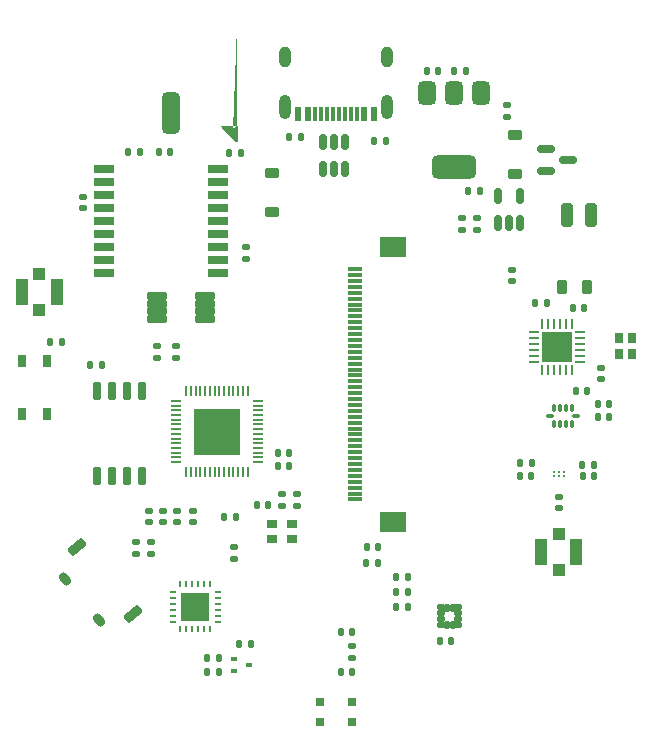
<source format=gbr>
%TF.GenerationSoftware,KiCad,Pcbnew,8.0.1*%
%TF.CreationDate,2024-05-30T22:25:26-04:00*%
%TF.ProjectId,esp32s3,65737033-3273-4332-9e6b-696361645f70,rev?*%
%TF.SameCoordinates,Original*%
%TF.FileFunction,Soldermask,Top*%
%TF.FilePolarity,Negative*%
%FSLAX46Y46*%
G04 Gerber Fmt 4.6, Leading zero omitted, Abs format (unit mm)*
G04 Created by KiCad (PCBNEW 8.0.1) date 2024-05-30 22:25:26*
%MOMM*%
%LPD*%
G01*
G04 APERTURE LIST*
G04 Aperture macros list*
%AMRoundRect*
0 Rectangle with rounded corners*
0 $1 Rounding radius*
0 $2 $3 $4 $5 $6 $7 $8 $9 X,Y pos of 4 corners*
0 Add a 4 corners polygon primitive as box body*
4,1,4,$2,$3,$4,$5,$6,$7,$8,$9,$2,$3,0*
0 Add four circle primitives for the rounded corners*
1,1,$1+$1,$2,$3*
1,1,$1+$1,$4,$5*
1,1,$1+$1,$6,$7*
1,1,$1+$1,$8,$9*
0 Add four rect primitives between the rounded corners*
20,1,$1+$1,$2,$3,$4,$5,0*
20,1,$1+$1,$4,$5,$6,$7,0*
20,1,$1+$1,$6,$7,$8,$9,0*
20,1,$1+$1,$8,$9,$2,$3,0*%
%AMHorizOval*
0 Thick line with rounded ends*
0 $1 width*
0 $2 $3 position (X,Y) of the first rounded end (center of the circle)*
0 $4 $5 position (X,Y) of the second rounded end (center of the circle)*
0 Add line between two ends*
20,1,$1,$2,$3,$4,$5,0*
0 Add two circle primitives to create the rounded ends*
1,1,$1,$2,$3*
1,1,$1,$4,$5*%
%AMFreePoly0*
4,1,50,0.364509,0.373079,0.400557,0.358147,0.402331,0.356372,0.403779,0.355902,0.406374,0.352329,0.428147,0.330557,0.436043,0.311493,0.440106,0.305902,0.441186,0.299076,0.443079,0.294509,0.443090,0.287057,0.445000,0.275000,0.445000,-0.965000,0.443079,-0.984509,0.428147,-1.020558,0.426371,-1.022333,0.425902,-1.023779,0.422332,-1.026372,0.400558,-1.048147,0.381492,-1.056044,
0.375902,-1.060106,0.371686,-1.060106,0.364509,-1.063079,0.325491,-1.063079,0.318314,-1.060106,0.314098,-1.060106,0.305304,-1.054717,0.289443,-1.048147,0.281262,-1.039984,0.274289,-1.035711,-0.965711,0.204289,-0.978147,0.219443,-0.993079,0.255491,-0.993079,0.258002,-0.993769,0.259357,-0.993079,0.263713,-0.993079,0.294509,-0.985182,0.313573,-0.984101,0.320399,-0.981119,0.323380,
-0.978147,0.330557,-0.950557,0.358147,-0.943380,0.361119,-0.940399,0.364101,-0.930371,0.366508,-0.914509,0.373079,-0.902928,0.373096,-0.895000,0.375000,0.345000,0.375000,0.364509,0.373079,0.364509,0.373079,$1*%
G04 Aperture macros list end*
%ADD10R,0.254000X0.254000*%
%ADD11R,0.600000X1.240000*%
%ADD12R,0.300000X1.240000*%
%ADD13O,1.000000X2.100000*%
%ADD14O,1.000000X1.800000*%
%ADD15R,0.711200X0.990600*%
%ADD16RoundRect,0.140000X0.170000X-0.140000X0.170000X0.140000X-0.170000X0.140000X-0.170000X-0.140000X0*%
%ADD17RoundRect,0.140000X-0.140000X-0.170000X0.140000X-0.170000X0.140000X0.170000X-0.140000X0.170000X0*%
%ADD18RoundRect,0.140000X0.140000X0.170000X-0.140000X0.170000X-0.140000X-0.170000X0.140000X-0.170000X0*%
%ADD19RoundRect,0.100000X0.155000X0.100000X-0.155000X0.100000X-0.155000X-0.100000X0.155000X-0.100000X0*%
%ADD20RoundRect,0.147500X-0.172500X0.147500X-0.172500X-0.147500X0.172500X-0.147500X0.172500X0.147500X0*%
%ADD21RoundRect,0.135000X-0.135000X-0.185000X0.135000X-0.185000X0.135000X0.185000X-0.135000X0.185000X0*%
%ADD22R,0.900000X0.800000*%
%ADD23RoundRect,0.218750X-0.218750X-0.381250X0.218750X-0.381250X0.218750X0.381250X-0.218750X0.381250X0*%
%ADD24R,1.000000X1.000000*%
%ADD25R,1.050000X2.200000*%
%ADD26RoundRect,0.135000X-0.185000X0.135000X-0.185000X-0.135000X0.185000X-0.135000X0.185000X0.135000X0*%
%ADD27RoundRect,0.147500X-0.147500X-0.172500X0.147500X-0.172500X0.147500X0.172500X-0.147500X0.172500X0*%
%ADD28RoundRect,0.131234X-0.685064X-0.223988X-0.339545X-0.635761X0.685064X0.223988X0.339545X0.635761X0*%
%ADD29HorizOval,0.800000X0.128558X-0.153209X-0.128558X0.153209X0*%
%ADD30R,0.660400X0.711200*%
%ADD31R,2.200000X1.800000*%
%ADD32R,1.300000X0.300000*%
%ADD33RoundRect,0.140000X-0.170000X0.140000X-0.170000X-0.140000X0.170000X-0.140000X0.170000X0.140000X0*%
%ADD34RoundRect,0.150000X0.150000X-0.650000X0.150000X0.650000X-0.150000X0.650000X-0.150000X-0.650000X0*%
%ADD35RoundRect,0.150000X0.150000X-0.512500X0.150000X0.512500X-0.150000X0.512500X-0.150000X-0.512500X0*%
%ADD36RoundRect,0.102000X0.762000X0.228600X-0.762000X0.228600X-0.762000X-0.228600X0.762000X-0.228600X0*%
%ADD37R,0.800000X0.900000*%
%ADD38RoundRect,0.135000X0.135000X0.185000X-0.135000X0.185000X-0.135000X-0.185000X0.135000X-0.185000X0*%
%ADD39R,0.599999X0.249999*%
%ADD40R,0.249999X0.599999*%
%ADD41R,2.450000X2.450000*%
%ADD42RoundRect,0.225000X0.375000X-0.225000X0.375000X0.225000X-0.375000X0.225000X-0.375000X-0.225000X0*%
%ADD43R,1.800000X0.800000*%
%ADD44RoundRect,0.250000X0.250000X0.750000X-0.250000X0.750000X-0.250000X-0.750000X0.250000X-0.750000X0*%
%ADD45RoundRect,0.150000X-0.587500X-0.150000X0.587500X-0.150000X0.587500X0.150000X-0.587500X0.150000X0*%
%ADD46RoundRect,0.135000X0.185000X-0.135000X0.185000X0.135000X-0.185000X0.135000X-0.185000X-0.135000X0*%
%ADD47RoundRect,0.375000X-0.375000X0.625000X-0.375000X-0.625000X0.375000X-0.625000X0.375000X0.625000X0*%
%ADD48RoundRect,0.500000X-1.400000X0.500000X-1.400000X-0.500000X1.400000X-0.500000X1.400000X0.500000X0*%
%ADD49RoundRect,0.075000X-0.075000X0.225000X-0.075000X-0.225000X0.075000X-0.225000X0.075000X0.225000X0*%
%ADD50RoundRect,0.075000X-0.237500X0.075000X-0.237500X-0.075000X0.237500X-0.075000X0.237500X0.075000X0*%
%ADD51RoundRect,0.375000X-0.375000X1.375000X-0.375000X-1.375000X0.375000X-1.375000X0.375000X1.375000X0*%
%ADD52FreePoly0,270.000000*%
%ADD53R,4.000000X4.000000*%
%ADD54RoundRect,0.050000X0.050000X0.350000X-0.050000X0.350000X-0.050000X-0.350000X0.050000X-0.350000X0*%
%ADD55RoundRect,0.050000X0.350000X0.050000X-0.350000X0.050000X-0.350000X-0.050000X0.350000X-0.050000X0*%
%ADD56RoundRect,0.147500X0.147500X0.172500X-0.147500X0.172500X-0.147500X-0.172500X0.147500X-0.172500X0*%
%ADD57RoundRect,0.102000X-0.215000X-0.175000X0.215000X-0.175000X0.215000X0.175000X-0.215000X0.175000X0*%
%ADD58RoundRect,0.102000X0.175000X-0.215000X0.175000X0.215000X-0.175000X0.215000X-0.175000X-0.215000X0*%
%ADD59R,2.600000X2.600000*%
%ADD60RoundRect,0.062500X0.062500X0.350000X-0.062500X0.350000X-0.062500X-0.350000X0.062500X-0.350000X0*%
%ADD61RoundRect,0.062500X0.350000X0.062500X-0.350000X0.062500X-0.350000X-0.062500X0.350000X-0.062500X0*%
G04 APERTURE END LIST*
D10*
%TO.C,U12*%
X149299998Y-79400000D03*
X148899999Y-79400000D03*
X148500000Y-79400000D03*
X148500000Y-79806400D03*
X148899999Y-79806400D03*
X149299998Y-79806400D03*
%TD*%
D11*
%TO.C,J1*%
X133225000Y-49090000D03*
X132425000Y-49090000D03*
D12*
X131275000Y-49090000D03*
X130275000Y-49090000D03*
X129775000Y-49090000D03*
X128775000Y-49090000D03*
D11*
X127625000Y-49090000D03*
X126825000Y-49090000D03*
X126825000Y-49090000D03*
X127625000Y-49090000D03*
D12*
X128275000Y-49090000D03*
X129275000Y-49090000D03*
X130775000Y-49090000D03*
X131775000Y-49090000D03*
D11*
X132425000Y-49090000D03*
X133225000Y-49090000D03*
D13*
X134345000Y-48490000D03*
D14*
X134345000Y-44290000D03*
D13*
X125705000Y-48490000D03*
D14*
X125705000Y-44290000D03*
%TD*%
D15*
%TO.C,SW2*%
X105600000Y-70000000D03*
X105600000Y-74500002D03*
X103450002Y-70000000D03*
X103450002Y-74500002D03*
%TD*%
D16*
%TO.C,C19*%
X148900000Y-82480000D03*
X148900000Y-81520000D03*
%TD*%
D17*
%TO.C,C33*%
X138840000Y-93700000D03*
X139800000Y-93700000D03*
%TD*%
%TO.C,C16*%
X115020000Y-52300000D03*
X115980000Y-52300000D03*
%TD*%
D18*
%TO.C,C18*%
X147880000Y-65100000D03*
X146920000Y-65100000D03*
%TD*%
D19*
%TO.C,Q3*%
X121410000Y-95300000D03*
X121410000Y-96300000D03*
X122700000Y-95800000D03*
%TD*%
D16*
%TO.C,C1*%
X126696820Y-82290000D03*
X126696820Y-81330000D03*
%TD*%
D20*
%TO.C,L3*%
X108600000Y-56115000D03*
X108600000Y-57085000D03*
%TD*%
D21*
%TO.C,R12*%
X150890000Y-78800000D03*
X151910000Y-78800000D03*
%TD*%
D22*
%TO.C,X1*%
X126303180Y-83810000D03*
X124653180Y-83810000D03*
X124653180Y-85060000D03*
X126303180Y-85060000D03*
%TD*%
D23*
%TO.C,L4*%
X149157500Y-63770000D03*
X151282500Y-63770000D03*
%TD*%
D24*
%TO.C,J4*%
X148900000Y-84700000D03*
D25*
X150375000Y-86200000D03*
D24*
X148900000Y-87700000D03*
D25*
X147425000Y-86200000D03*
%TD*%
D26*
%TO.C,R16*%
X121400000Y-85790000D03*
X121400000Y-86810000D03*
%TD*%
D27*
%TO.C,L2*%
X125115000Y-78900000D03*
X126085000Y-78900000D03*
%TD*%
D21*
%TO.C,R7*%
X133280000Y-51400000D03*
X134300000Y-51400000D03*
%TD*%
D28*
%TO.C,SW1*%
X108068981Y-85781036D03*
X112832038Y-91457424D03*
D29*
X109986117Y-91939540D03*
X107100000Y-88500000D03*
%TD*%
D30*
%TO.C,U9*%
X131400000Y-98900000D03*
X128707600Y-98900000D03*
X128707600Y-100601800D03*
X131400000Y-100601800D03*
%TD*%
D31*
%TO.C,J5*%
X134850000Y-60350000D03*
X134850000Y-83650000D03*
D32*
X131600000Y-62250000D03*
X131600000Y-62750000D03*
X131600000Y-63250000D03*
X131600000Y-63750000D03*
X131600000Y-64250000D03*
X131600000Y-64750000D03*
X131600000Y-65250000D03*
X131600000Y-65750000D03*
X131600000Y-66250000D03*
X131600000Y-66750000D03*
X131600000Y-67250000D03*
X131600000Y-67750000D03*
X131600000Y-68250000D03*
X131600000Y-68750000D03*
X131600000Y-69250000D03*
X131600000Y-69750000D03*
X131600000Y-70250000D03*
X131600000Y-70750000D03*
X131600000Y-71250000D03*
X131600000Y-71750000D03*
X131600000Y-72250000D03*
X131600000Y-72750000D03*
X131600000Y-73250000D03*
X131600000Y-73750000D03*
X131600000Y-74250000D03*
X131600000Y-74750000D03*
X131600000Y-75250000D03*
X131600000Y-75750000D03*
X131600000Y-76250000D03*
X131600000Y-76750000D03*
X131600000Y-77250000D03*
X131600000Y-77750000D03*
X131600000Y-78250000D03*
X131600000Y-78750000D03*
X131600000Y-79250000D03*
X131600000Y-79750000D03*
X131600000Y-80250000D03*
X131600000Y-80750000D03*
X131600000Y-81250000D03*
X131600000Y-81750000D03*
%TD*%
D33*
%TO.C,C6*%
X115400000Y-82700000D03*
X115400000Y-83660000D03*
%TD*%
D34*
%TO.C,U10*%
X109795000Y-79800000D03*
X111065000Y-79800000D03*
X112335000Y-79800000D03*
X113605000Y-79800000D03*
X113605000Y-72600000D03*
X112335000Y-72600000D03*
X111065000Y-72600000D03*
X109795000Y-72600000D03*
%TD*%
D17*
%TO.C,C20*%
X152220000Y-74800000D03*
X153180000Y-74800000D03*
%TD*%
%TO.C,C14*%
X140040000Y-45500000D03*
X141000000Y-45500000D03*
%TD*%
D21*
%TO.C,R1*%
X105780000Y-68400000D03*
X106800000Y-68400000D03*
%TD*%
D33*
%TO.C,C3*%
X113080000Y-85390000D03*
X113080000Y-86350000D03*
%TD*%
D35*
%TO.C,U3*%
X128900000Y-53800000D03*
X129850000Y-53800000D03*
X130800000Y-53800000D03*
X130800000Y-51525000D03*
X129850000Y-51525000D03*
X128900000Y-51525000D03*
%TD*%
D36*
%TO.C,U5*%
X118932000Y-66465200D03*
X118932000Y-65830200D03*
X118932000Y-65169800D03*
X118932000Y-64534800D03*
X114868000Y-64534800D03*
X114868000Y-65169800D03*
X114868000Y-65830200D03*
X114868000Y-66465200D03*
%TD*%
D37*
%TO.C,Q1_Xtal1*%
X153980000Y-68050000D03*
X153980000Y-69450000D03*
X155080000Y-69450000D03*
X155080000Y-68050000D03*
%TD*%
D16*
%TO.C,C11*%
X116500000Y-69760000D03*
X116500000Y-68800000D03*
%TD*%
D21*
%TO.C,R24*%
X119090000Y-95200000D03*
X120110000Y-95200000D03*
%TD*%
D18*
%TO.C,C4*%
X131400000Y-93000000D03*
X130440000Y-93000000D03*
%TD*%
D33*
%TO.C,C7*%
X114200000Y-82700000D03*
X114200000Y-83660000D03*
%TD*%
D17*
%TO.C,C23*%
X152220000Y-73700000D03*
X153180000Y-73700000D03*
%TD*%
D38*
%TO.C,R23*%
X122810000Y-94000000D03*
X121790000Y-94000000D03*
%TD*%
D35*
%TO.C,U4*%
X143750000Y-58337500D03*
X144700000Y-58337500D03*
X145650000Y-58337500D03*
X145650000Y-56062500D03*
X143750000Y-56062500D03*
%TD*%
D18*
%TO.C,C5*%
X124303180Y-82210000D03*
X123343180Y-82210000D03*
%TD*%
D21*
%TO.C,R5*%
X120580000Y-83200000D03*
X121600000Y-83200000D03*
%TD*%
D17*
%TO.C,C24*%
X132620000Y-85800000D03*
X133580000Y-85800000D03*
%TD*%
D21*
%TO.C,R14*%
X135090000Y-88300000D03*
X136110000Y-88300000D03*
%TD*%
D16*
%TO.C,C12*%
X114900000Y-69740000D03*
X114900000Y-68780000D03*
%TD*%
D17*
%TO.C,C22*%
X109240000Y-70400000D03*
X110200000Y-70400000D03*
%TD*%
D21*
%TO.C,R15*%
X135080000Y-89600000D03*
X136100000Y-89600000D03*
%TD*%
D39*
%TO.C,U11*%
X116200002Y-89600000D03*
X116200002Y-90099999D03*
X116200002Y-90600000D03*
X116200002Y-91100000D03*
X116200002Y-91600001D03*
X116200002Y-92100000D03*
D40*
X116850001Y-92749999D03*
X117350000Y-92749999D03*
X117850001Y-92749999D03*
X118350001Y-92749999D03*
X118850002Y-92749999D03*
X119350001Y-92749999D03*
D39*
X120000000Y-92100000D03*
X120000000Y-91600001D03*
X120000000Y-91100000D03*
X120000000Y-90600000D03*
X120000000Y-90099999D03*
X120000000Y-89600000D03*
D40*
X119350001Y-88950001D03*
X118850002Y-88950001D03*
X118350001Y-88950001D03*
X117850001Y-88950001D03*
X117350000Y-88950001D03*
X116850001Y-88950001D03*
D41*
X118100001Y-90850000D03*
%TD*%
D18*
%TO.C,C32*%
X146580000Y-79800000D03*
X145620000Y-79800000D03*
%TD*%
D26*
%TO.C,R4*%
X122400000Y-60390000D03*
X122400000Y-61410000D03*
%TD*%
D38*
%TO.C,R3*%
X122000000Y-52400000D03*
X120980000Y-52400000D03*
%TD*%
D42*
%TO.C,D2*%
X124600000Y-57400000D03*
X124600000Y-54100000D03*
%TD*%
%TO.C,D1*%
X145200000Y-54200000D03*
X145200000Y-50900000D03*
%TD*%
D43*
%TO.C,ATGM336H1*%
X120050000Y-56000000D03*
X110350000Y-62600000D03*
X110350000Y-59300000D03*
X110350000Y-57100000D03*
X110350000Y-61500000D03*
X110350000Y-60400000D03*
X110350000Y-58200000D03*
X110350000Y-54900000D03*
X120050000Y-53800000D03*
X120050000Y-54900000D03*
X120050000Y-57100000D03*
X120050000Y-58200000D03*
X120050000Y-59300000D03*
X120050000Y-60400000D03*
X120050000Y-61500000D03*
X120050000Y-62600000D03*
X110350000Y-56000000D03*
X110350000Y-53800000D03*
%TD*%
D44*
%TO.C,J2*%
X149600000Y-57700000D03*
X151600000Y-57700000D03*
%TD*%
D18*
%TO.C,C15*%
X113400000Y-52300000D03*
X112440000Y-52300000D03*
%TD*%
D17*
%TO.C,C31*%
X150920000Y-79800000D03*
X151880000Y-79800000D03*
%TD*%
D45*
%TO.C,Q1*%
X147825000Y-52050000D03*
X147825000Y-53950000D03*
X149700000Y-53000000D03*
%TD*%
D46*
%TO.C,R9*%
X144500000Y-49410000D03*
X144500000Y-48390000D03*
%TD*%
D33*
%TO.C,C8*%
X116600000Y-82700000D03*
X116600000Y-83660000D03*
%TD*%
D47*
%TO.C,U2*%
X142300000Y-47300000D03*
X140000000Y-47300000D03*
D48*
X140000000Y-53600000D03*
D47*
X137700000Y-47300000D03*
%TD*%
D21*
%TO.C,R22*%
X119090000Y-96400000D03*
X120110000Y-96400000D03*
%TD*%
D49*
%TO.C,FL1*%
X150000000Y-74000000D03*
X149500000Y-74000000D03*
X149000000Y-74000000D03*
X148500000Y-74000000D03*
D50*
X148187500Y-74700000D03*
D49*
X148500000Y-75400000D03*
X149000000Y-75400000D03*
X149500000Y-75400000D03*
X150000000Y-75400000D03*
D50*
X150312500Y-74700000D03*
%TD*%
D46*
%TO.C,R2*%
X114380000Y-86380000D03*
X114380000Y-85360000D03*
%TD*%
D51*
%TO.C,BT1*%
X116060000Y-49050000D03*
D52*
X121325000Y-50455000D03*
%TD*%
D33*
%TO.C,C9*%
X117900000Y-82700000D03*
X117900000Y-83660000D03*
%TD*%
D38*
%TO.C,R8*%
X142200000Y-55600000D03*
X141180000Y-55600000D03*
%TD*%
D33*
%TO.C,C17*%
X152500000Y-70620000D03*
X152500000Y-71580000D03*
%TD*%
D18*
%TO.C,C2*%
X131400000Y-96400000D03*
X130440000Y-96400000D03*
%TD*%
D46*
%TO.C,R10*%
X142000000Y-58910000D03*
X142000000Y-57890000D03*
%TD*%
D53*
%TO.C,U1*%
X119950000Y-76000000D03*
D54*
X122550000Y-79450000D03*
X122150000Y-79450000D03*
X121750000Y-79450000D03*
X121350000Y-79450000D03*
X120950000Y-79450000D03*
X120550000Y-79450000D03*
X120150000Y-79450000D03*
X119750000Y-79450000D03*
X119350000Y-79450000D03*
X118950000Y-79450000D03*
X118550000Y-79450000D03*
X118150000Y-79450000D03*
X117750000Y-79450000D03*
X117350000Y-79450000D03*
D55*
X116500000Y-78600000D03*
X116500000Y-78200000D03*
X116500000Y-77800000D03*
X116500000Y-77400000D03*
X116500000Y-77000000D03*
X116500000Y-76600000D03*
X116500000Y-76200000D03*
X116500000Y-75800000D03*
X116500000Y-75400000D03*
X116500000Y-75000000D03*
X116500000Y-74600000D03*
X116500000Y-74200000D03*
X116500000Y-73800000D03*
X116500000Y-73400000D03*
D54*
X117350000Y-72550000D03*
X117750000Y-72550000D03*
X118150000Y-72550000D03*
X118550000Y-72550000D03*
X118950000Y-72550000D03*
X119350000Y-72550000D03*
X119750000Y-72550000D03*
X120150000Y-72550000D03*
X120550000Y-72550000D03*
X120950000Y-72550000D03*
X121350000Y-72550000D03*
X121750000Y-72550000D03*
X122150000Y-72550000D03*
X122550000Y-72550000D03*
D55*
X123400000Y-73400000D03*
X123400000Y-73800000D03*
X123400000Y-74200000D03*
X123400000Y-74600000D03*
X123400000Y-75000000D03*
X123400000Y-75400000D03*
X123400000Y-75800000D03*
X123400000Y-76200000D03*
X123400000Y-76600000D03*
X123400000Y-77000000D03*
X123400000Y-77400000D03*
X123400000Y-77800000D03*
X123400000Y-78200000D03*
X123400000Y-78600000D03*
%TD*%
D38*
%TO.C,R13*%
X146610000Y-78700000D03*
X145590000Y-78700000D03*
%TD*%
%TO.C,R19*%
X133600000Y-87100000D03*
X132580000Y-87100000D03*
%TD*%
%TO.C,R6*%
X127100000Y-51100000D03*
X126080000Y-51100000D03*
%TD*%
D56*
%TO.C,L5*%
X151285000Y-72600000D03*
X150315000Y-72600000D03*
%TD*%
D21*
%TO.C,R17*%
X135080000Y-90900000D03*
X136100000Y-90900000D03*
%TD*%
D57*
%TO.C,U8*%
X138910000Y-90900000D03*
X138910000Y-91400000D03*
X138910000Y-91900000D03*
X138910000Y-92400000D03*
D58*
X139405000Y-92395000D03*
X139905000Y-92395000D03*
D57*
X140400000Y-92400000D03*
X140400000Y-91900000D03*
X140400000Y-91400000D03*
X140400000Y-90900000D03*
D58*
X139905000Y-90905000D03*
X139405000Y-90905000D03*
%TD*%
D17*
%TO.C,C13*%
X137720000Y-45500000D03*
X138680000Y-45500000D03*
%TD*%
D59*
%TO.C,U6*%
X148760000Y-68840000D03*
D60*
X150010000Y-70777500D03*
X149510000Y-70777500D03*
X149010000Y-70777500D03*
X148510000Y-70777500D03*
X148010000Y-70777500D03*
X147510000Y-70777500D03*
D61*
X146822500Y-70090000D03*
X146822500Y-69590000D03*
X146822500Y-69090000D03*
X146822500Y-68590000D03*
X146822500Y-68090000D03*
X146822500Y-67590000D03*
D60*
X147510000Y-66902500D03*
X148010000Y-66902500D03*
X148510000Y-66902500D03*
X149010000Y-66902500D03*
X149510000Y-66902500D03*
X150010000Y-66902500D03*
D61*
X150697500Y-67590000D03*
X150697500Y-68090000D03*
X150697500Y-68590000D03*
X150697500Y-69090000D03*
X150697500Y-69590000D03*
X150697500Y-70090000D03*
%TD*%
D18*
%TO.C,C21*%
X151070000Y-65520000D03*
X150110000Y-65520000D03*
%TD*%
D17*
%TO.C,C10*%
X125120000Y-77780000D03*
X126080000Y-77780000D03*
%TD*%
D24*
%TO.C,J3*%
X104900000Y-62700000D03*
D25*
X106375000Y-64200000D03*
D24*
X104900000Y-65700000D03*
D25*
X103425000Y-64200000D03*
%TD*%
D26*
%TO.C,R18*%
X125500000Y-81300000D03*
X125500000Y-82320000D03*
%TD*%
D33*
%TO.C,C25*%
X144900000Y-62300000D03*
X144900000Y-63260000D03*
%TD*%
D26*
%TO.C,R11*%
X140700000Y-57890000D03*
X140700000Y-58910000D03*
%TD*%
D20*
%TO.C,L1*%
X131400000Y-94200000D03*
X131400000Y-95170000D03*
%TD*%
M02*

</source>
